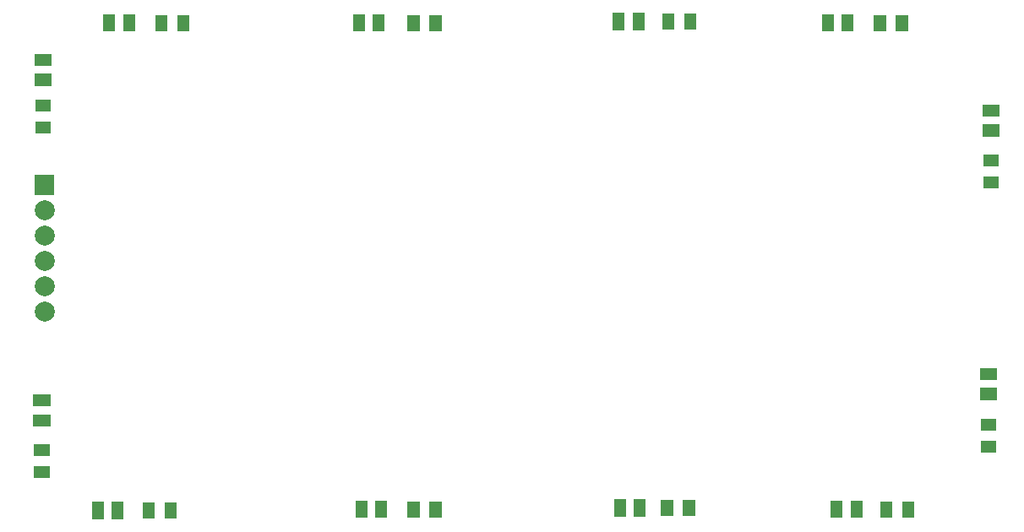
<source format=gbs>
G04 Layer: BottomSolderMaskLayer*
G04 EasyEDA v6.4.7, 2020-12-24T11:11:18+08:00*
G04 a96b1d35a67042aea81d214db1df88de,0371d748834c44ad86c168cee136e782,10*
G04 Gerber Generator version 0.2*
G04 Scale: 100 percent, Rotated: No, Reflected: No *
G04 Dimensions in millimeters *
G04 leading zeros omitted , absolute positions ,3 integer and 3 decimal *
%FSLAX33Y33*%
%MOMM*%
G90*
D02*

%ADD32C,2.003196*%

%LPD*%
G36*
G01X60246Y2806D02*
G01X60246Y4559D01*
G01X61450Y4559D01*
G01X61450Y2806D01*
G01X60246Y2806D01*
G37*
G36*
G01X62247Y2806D02*
G01X62247Y4559D01*
G01X63451Y4559D01*
G01X63451Y2806D01*
G01X62247Y2806D01*
G37*
G36*
G01X2171Y48023D02*
G01X2171Y49227D01*
G01X3924Y49227D01*
G01X3924Y48023D01*
G01X2171Y48023D01*
G37*
G36*
G01X2171Y46022D02*
G01X2171Y47226D01*
G01X3924Y47226D01*
G01X3924Y46022D01*
G01X2171Y46022D01*
G37*
G36*
G01X2044Y13860D02*
G01X2044Y15064D01*
G01X3797Y15064D01*
G01X3797Y13860D01*
G01X2044Y13860D01*
G37*
G36*
G01X2044Y11859D02*
G01X2044Y13063D01*
G01X3797Y13063D01*
G01X3797Y11859D01*
G01X2044Y11859D01*
G37*
G36*
G01X9065Y51447D02*
G01X9065Y53200D01*
G01X10269Y53200D01*
G01X10269Y51447D01*
G01X9065Y51447D01*
G37*
G36*
G01X11066Y51447D02*
G01X11066Y53200D01*
G01X12270Y53200D01*
G01X12270Y51447D01*
G01X11066Y51447D01*
G37*
G36*
G01X34084Y51447D02*
G01X34084Y53200D01*
G01X35288Y53200D01*
G01X35288Y51447D01*
G01X34084Y51447D01*
G37*
G36*
G01X36085Y51447D02*
G01X36085Y53200D01*
G01X37289Y53200D01*
G01X37289Y51447D01*
G01X36085Y51447D01*
G37*
G36*
G01X7922Y2552D02*
G01X7922Y4305D01*
G01X9126Y4305D01*
G01X9126Y2552D01*
G01X7922Y2552D01*
G37*
G36*
G01X9923Y2552D02*
G01X9923Y4305D01*
G01X11127Y4305D01*
G01X11127Y2552D01*
G01X9923Y2552D01*
G37*
G36*
G01X34338Y2679D02*
G01X34338Y4432D01*
G01X35542Y4432D01*
G01X35542Y2679D01*
G01X34338Y2679D01*
G37*
G36*
G01X36339Y2679D02*
G01X36339Y4432D01*
G01X37543Y4432D01*
G01X37543Y2679D01*
G01X36339Y2679D01*
G37*
G36*
G01X60119Y51574D02*
G01X60119Y53327D01*
G01X61323Y53327D01*
G01X61323Y51574D01*
G01X60119Y51574D01*
G37*
G36*
G01X62120Y51574D02*
G01X62120Y53327D01*
G01X63324Y53327D01*
G01X63324Y51574D01*
G01X62120Y51574D01*
G37*
G36*
G01X81074Y51447D02*
G01X81074Y53200D01*
G01X82278Y53200D01*
G01X82278Y51447D01*
G01X81074Y51447D01*
G37*
G36*
G01X83075Y51447D02*
G01X83075Y53200D01*
G01X84279Y53200D01*
G01X84279Y51447D01*
G01X83075Y51447D01*
G37*
G36*
G01X81963Y2679D02*
G01X81963Y4432D01*
G01X83167Y4432D01*
G01X83167Y2679D01*
G01X81963Y2679D01*
G37*
G36*
G01X83964Y2679D02*
G01X83964Y4432D01*
G01X85168Y4432D01*
G01X85168Y2679D01*
G01X83964Y2679D01*
G37*
G36*
G01X96913Y16527D02*
G01X96913Y17731D01*
G01X98666Y17731D01*
G01X98666Y16527D01*
G01X96913Y16527D01*
G37*
G36*
G01X96913Y14526D02*
G01X96913Y15730D01*
G01X98666Y15730D01*
G01X98666Y14526D01*
G01X96913Y14526D01*
G37*
G36*
G01X97167Y42943D02*
G01X97167Y44147D01*
G01X98920Y44147D01*
G01X98920Y42943D01*
G01X97167Y42943D01*
G37*
G36*
G01X97167Y40942D02*
G01X97167Y42146D01*
G01X98920Y42146D01*
G01X98920Y40942D01*
G01X97167Y40942D01*
G37*
G36*
G01X67299Y51648D02*
G01X67299Y53253D01*
G01X68503Y53253D01*
G01X68503Y51648D01*
G01X67299Y51648D01*
G37*
G36*
G01X65100Y51648D02*
G01X65100Y53253D01*
G01X66304Y53253D01*
G01X66304Y51648D01*
G01X65100Y51648D01*
G37*
G36*
G01X41772Y2753D02*
G01X41772Y4358D01*
G01X42976Y4358D01*
G01X42976Y2753D01*
G01X41772Y2753D01*
G37*
G36*
G01X39573Y2753D02*
G01X39573Y4358D01*
G01X40777Y4358D01*
G01X40777Y2753D01*
G01X39573Y2753D01*
G37*
G36*
G01X2118Y6680D02*
G01X2118Y7884D01*
G01X3723Y7884D01*
G01X3723Y6680D01*
G01X2118Y6680D01*
G37*
G36*
G01X2118Y8879D02*
G01X2118Y10083D01*
G01X3723Y10083D01*
G01X3723Y8879D01*
G01X2118Y8879D01*
G37*
G36*
G01X2245Y41224D02*
G01X2245Y42428D01*
G01X3850Y42428D01*
G01X3850Y41224D01*
G01X2245Y41224D01*
G37*
G36*
G01X2245Y43423D02*
G01X2245Y44627D01*
G01X3850Y44627D01*
G01X3850Y43423D01*
G01X2245Y43423D01*
G37*
G36*
G01X89143Y2753D02*
G01X89143Y4358D01*
G01X90347Y4358D01*
G01X90347Y2753D01*
G01X89143Y2753D01*
G37*
G36*
G01X86944Y2753D02*
G01X86944Y4358D01*
G01X88148Y4358D01*
G01X88148Y2753D01*
G01X86944Y2753D01*
G37*
G36*
G01X96987Y9220D02*
G01X96987Y10424D01*
G01X98592Y10424D01*
G01X98592Y9220D01*
G01X96987Y9220D01*
G37*
G36*
G01X96987Y11419D02*
G01X96987Y12623D01*
G01X98592Y12623D01*
G01X98592Y11419D01*
G01X96987Y11419D01*
G37*
G36*
G01X97241Y35763D02*
G01X97241Y36967D01*
G01X98846Y36967D01*
G01X98846Y35763D01*
G01X97241Y35763D01*
G37*
G36*
G01X97241Y37962D02*
G01X97241Y39166D01*
G01X98846Y39166D01*
G01X98846Y37962D01*
G01X97241Y37962D01*
G37*
G36*
G01X88508Y51521D02*
G01X88508Y53126D01*
G01X89712Y53126D01*
G01X89712Y51521D01*
G01X88508Y51521D01*
G37*
G36*
G01X86309Y51521D02*
G01X86309Y53126D01*
G01X87513Y53126D01*
G01X87513Y51521D01*
G01X86309Y51521D01*
G37*
G36*
G01X15229Y2626D02*
G01X15229Y4231D01*
G01X16433Y4231D01*
G01X16433Y2626D01*
G01X15229Y2626D01*
G37*
G36*
G01X13030Y2626D02*
G01X13030Y4231D01*
G01X14234Y4231D01*
G01X14234Y2626D01*
G01X13030Y2626D01*
G37*
G36*
G01X41772Y51521D02*
G01X41772Y53126D01*
G01X42976Y53126D01*
G01X42976Y51521D01*
G01X41772Y51521D01*
G37*
G36*
G01X39573Y51521D02*
G01X39573Y53126D01*
G01X40777Y53126D01*
G01X40777Y51521D01*
G01X39573Y51521D01*
G37*
G36*
G01X16499Y51521D02*
G01X16499Y53126D01*
G01X17703Y53126D01*
G01X17703Y51521D01*
G01X16499Y51521D01*
G37*
G36*
G01X14300Y51521D02*
G01X14300Y53126D01*
G01X15504Y53126D01*
G01X15504Y51521D01*
G01X14300Y51521D01*
G37*
G36*
G01X67172Y2880D02*
G01X67172Y4485D01*
G01X68376Y4485D01*
G01X68376Y2880D01*
G01X67172Y2880D01*
G37*
G36*
G01X64973Y2880D02*
G01X64973Y4485D01*
G01X66177Y4485D01*
G01X66177Y2880D01*
G01X64973Y2880D01*
G37*
G54D32*
G01X3175Y23368D03*
G01X3175Y25908D03*
G01X3175Y28448D03*
G01X3175Y30988D03*
G01X3175Y33528D03*
G36*
G01X2174Y35067D02*
G01X2174Y37068D01*
G01X4175Y37068D01*
G01X4175Y35067D01*
G01X2174Y35067D01*
G37*
M00*
M02*

</source>
